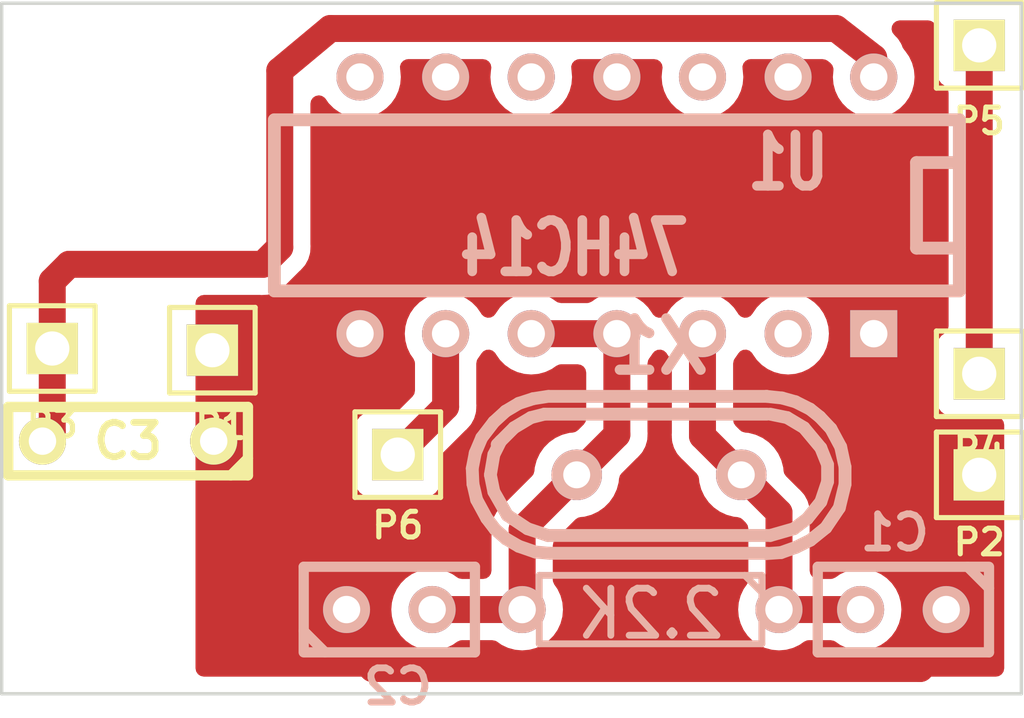
<source format=kicad_pcb>
(kicad_pcb (version 20211014) (generator pcbnew)
  (layers (0 "F.Cu" signal) (31 "B.Cu" signal) (34 "B.Paste" user) (35 "F.Paste" user) (36 "B.SilkS" user) (37 "F.SilkS" user) (38 "B.Mask" user) (39 "F.Mask" user) (44 "Edge.Cuts" user))
  (net 0 "")
  (net 1 "/CLK")
  (net 2 "GND")
  (net 3 "N-0000010")
  (net 4 "N-000005")
  (net 5 "N-000009")
  (net 6 "VCC")
  (footprint "PIN_ARRAY_1" (layer "F.Cu") (at 39.5 59.8)
    (fp_text reference "P1" (at 0.25 2.25) (layer "F.SilkS") (effects (font (size 0.762 0.762) (thickness 0.1524))))
    (fp_text value "CONN_1" hide)
    (fp_line (start -1.27 1.27) (end -1.27 -1.27) (layer "F.SilkS") (width 0.1524))
    (fp_line (start 1.27 -1.27) (end 1.27 1.27) (layer "F.SilkS") (width 0.1524))
    (fp_line (start 1.27 1.27) (end -1.27 1.27) (layer "F.SilkS") (width 0.1524))
    (fp_line (start -1.27 -1.27) (end 1.27 -1.27) (layer "F.SilkS") (width 0.1524))
    (pad "1" thru_hole rect locked (at 0 0) (size 1.524 1.524) (drill 1.016) (layers *.Cu *.Mask "F.SilkS") (net 2 "GND"))
  )
  (footprint "PIN_ARRAY_1" (layer "F.Cu") (at 62.25 63.5)
    (fp_text reference "P2" (at 0 2) (layer "F.SilkS") (effects (font (size 0.762 0.762) (thickness 0.1524))))
    (fp_text value "CONN_1" hide)
    (fp_line (start -1.27 1.27) (end -1.27 -1.27) (layer "F.SilkS") (width 0.1524))
    (fp_line (start 1.27 1.27) (end -1.27 1.27) (layer "F.SilkS") (width 0.1524))
    (fp_line (start -1.27 -1.27) (end 1.27 -1.27) (layer "F.SilkS") (width 0.1524))
    (fp_line (start 1.27 -1.27) (end 1.27 1.27) (layer "F.SilkS") (width 0.1524))
    (pad "1" thru_hole rect locked (at 0 0) (size 1.524 1.524) (drill 1.016) (layers *.Cu *.Mask "F.SilkS") (net 2 "GND"))
  )
  (footprint "PIN_ARRAY_1" (layer "F.Cu") (at 45 62.9)
    (fp_text reference "P6" (at 0 2.1) (layer "F.SilkS") (effects (font (size 0.762 0.762) (thickness 0.1524))))
    (fp_text value "CONN_1" hide)
    (fp_line (start 1.27 1.27) (end -1.27 1.27) (layer "F.SilkS") (width 0.1524))
    (fp_line (start -1.27 -1.27) (end 1.27 -1.27) (layer "F.SilkS") (width 0.1524))
    (fp_line (start -1.27 1.27) (end -1.27 -1.27) (layer "F.SilkS") (width 0.1524))
    (fp_line (start 1.27 -1.27) (end 1.27 1.27) (layer "F.SilkS") (width 0.1524))
    (pad "1" thru_hole rect locked (at 0 0) (size 1.524 1.524) (drill 1.016) (layers *.Cu *.Mask "F.SilkS") (net 1 "/CLK"))
  )
  (footprint "PIN_ARRAY_1" (layer "F.Cu") (at 34.75 59.75)
    (fp_text reference "P3" (at 0 2.25) (layer "F.SilkS") (effects (font (size 0.762 0.762) (thickness 0.1524))))
    (fp_text value "CONN_1" hide)
    (fp_line (start 1.27 -1.27) (end 1.27 1.27) (layer "F.SilkS") (width 0.1524))
    (fp_line (start -1.27 1.27) (end -1.27 -1.27) (layer "F.SilkS") (width 0.1524))
    (fp_line (start -1.27 -1.27) (end 1.27 -1.27) (layer "F.SilkS") (width 0.1524))
    (fp_line (start 1.27 1.27) (end -1.27 1.27) (layer "F.SilkS") (width 0.1524))
    (pad "1" thru_hole rect locked (at 0 0) (size 1.524 1.524) (drill 1.016) (layers *.Cu *.Mask "F.SilkS") (net 6 "VCC"))
  )
  (footprint "PIN_ARRAY_1" (layer "F.Cu") (at 62.25 60.5)
    (fp_text reference "P4" (at 0 2.25) (layer "F.SilkS") (effects (font (size 0.762 0.762) (thickness 0.1524))))
    (fp_text value "CONN_1" hide)
    (fp_line (start -1.27 -1.27) (end 1.27 -1.27) (layer "F.SilkS") (width 0.1524))
    (fp_line (start 1.27 -1.27) (end 1.27 1.27) (layer "F.SilkS") (width 0.1524))
    (fp_line (start -1.27 1.27) (end -1.27 -1.27) (layer "F.SilkS") (width 0.1524))
    (fp_line (start 1.27 1.27) (end -1.27 1.27) (layer "F.SilkS") (width 0.1524))
    (pad "1" thru_hole rect locked (at 0 0) (size 1.524 1.524) (drill 1.016) (layers *.Cu *.Mask "F.SilkS") (net 4 "N-000005"))
  )
  (footprint "PIN_ARRAY_1" (layer "F.Cu") (at 62.25 50.75)
    (fp_text reference "P5" (at 0 2.25) (layer "F.SilkS") (effects (font (size 0.762 0.762) (thickness 0.1524))))
    (fp_text value "CONN_1" hide)
    (fp_line (start 1.27 1.27) (end -1.27 1.27) (layer "F.SilkS") (width 0.1524))
    (fp_line (start -1.27 1.27) (end -1.27 -1.27) (layer "F.SilkS") (width 0.1524))
    (fp_line (start 1.27 -1.27) (end 1.27 1.27) (layer "F.SilkS") (width 0.1524))
    (fp_line (start -1.27 -1.27) (end 1.27 -1.27) (layer "F.SilkS") (width 0.1524))
    (pad "1" thru_hole rect locked (at 0 0) (size 1.524 1.524) (drill 1.016) (layers *.Cu *.Mask "F.SilkS") (net 4 "N-000005"))
  )
  (footprint "C2" (layer "F.Cu") (at 37 62.5 180)
    (fp_text reference "C3" (at 0 0 180) (layer "F.SilkS") (effects (font (size 1.016 1.016) (thickness 0.2032))))
    (fp_text value "100n" hide)
    (fp_line (start -3.556 -1.016) (end 3.556 -1.016) (layer "F.SilkS") (width 0.3048))
    (fp_line (start -3.556 -0.508) (end -3.048 -1.016) (layer "F.SilkS") (width 0.3048))
    (fp_line (start -3.556 1.016) (end -3.556 -1.016) (layer "F.SilkS") (width 0.3048))
    (fp_line (start 3.556 1.016) (end -3.556 1.016) (layer "F.SilkS") (width 0.3048))
    (fp_line (start 3.556 -1.016) (end 3.556 1.016) (layer "F.SilkS") (width 0.3048))
    (pad "1" thru_hole circle locked (at -2.54 0 180) (size 1.397 1.397) (drill 0.8128) (layers *.Cu *.Mask "F.SilkS") (net 2 "GND"))
    (pad "2" thru_hole circle locked (at 2.54 0 180) (size 1.397 1.397) (drill 0.8128) (layers *.Cu *.Mask "F.SilkS") (net 6 "VCC"))
  )
  (footprint "R3" (layer "B.Cu") (at 52.5 67.5 180)
    (fp_text reference "R1" hide)
    (fp_text value "2.2K" (at 0 -0.127 180) (layer "B.SilkS") (effects (font (size 1.397 1.27) (thickness 0.2032)) (justify mirror)))
    (fp_line (start -3.302 1.016) (end -3.302 -1.016) (layer "B.SilkS") (width 0.2032))
    (fp_line (start 3.81 0) (end 3.302 0) (layer "B.SilkS") (width 0.2032))
    (fp_line (start 3.302 0) (end 3.302 1.016) (layer "B.SilkS") (width 0.2032))
    (fp_line (start 3.302 -1.016) (end 3.302 0) (layer "B.SilkS") (width 0.2032))
    (fp_line (start 3.302 1.016) (end -3.302 1.016) (layer "B.SilkS") (width 0.2032))
    (fp_line (start -3.302 -1.016) (end 3.302 -1.016) (layer "B.SilkS") (width 0.2032))
    (fp_line (start -3.81 0) (end -3.302 0) (layer "B.SilkS") (width 0.2032))
    (fp_line (start -3.302 0.508) (end -2.794 1.016) (layer "B.SilkS") (width 0.2032))
    (pad "1" thru_hole circle locked (at -3.81 0 180) (size 1.397 1.397) (drill 0.8128) (layers *.Cu *.Mask "B.SilkS") (net 3 "N-0000010"))
    (pad "2" thru_hole circle locked (at 3.81 0 180) (size 1.397 1.397) (drill 0.8128) (layers *.Cu *.Mask "B.SilkS") (net 5 "N-000009"))
  )
  (footprint "C1" (layer "B.Cu") (at 44.75 67.5)
    (fp_text reference "C2" (at 0.254 2.286) (layer "B.SilkS") (effects (font (size 1.016 1.016) (thickness 0.2032)) (justify mirror)))
    (fp_text value "C" hide)
    (fp_line (start -2.4892 1.27) (end 2.54 1.27) (layer "B.SilkS") (width 0.3048))
    (fp_line (start 2.54 1.27) (end 2.54 -1.27) (layer "B.SilkS") (width 0.3048))
    (fp_line (start -2.54 0.635) (end -1.905 1.27) (layer "B.SilkS") (width 0.3048))
    (fp_line (start 2.54 -1.27) (end -2.54 -1.27) (layer "B.SilkS") (width 0.3048))
    (fp_line (start -2.54 -1.27) (end -2.54 1.27) (layer "B.SilkS") (width 0.3048))
    (pad "1" thru_hole circle locked (at -1.27 0) (size 1.397 1.397) (drill 0.8128) (layers *.Cu *.Mask "B.SilkS") (net 2 "GND"))
    (pad "2" thru_hole circle locked (at 1.27 0) (size 1.397 1.397) (drill 0.8128) (layers *.Cu *.Mask "B.SilkS") (net 5 "N-000009"))
  )
  (footprint "C1" (layer "B.Cu") (at 60 67.5 180)
    (fp_text reference "C1" (at 0.254 2.286 180) (layer "B.SilkS") (effects (font (size 1.016 1.016) (thickness 0.2032)) (justify mirror)))
    (fp_text value "C" hide)
    (fp_line (start -2.54 -1.27) (end -2.54 1.27) (layer "B.SilkS") (width 0.3048))
    (fp_line (start -2.4892 1.27) (end 2.54 1.27) (layer "B.SilkS") (width 0.3048))
    (fp_line (start 2.54 1.27) (end 2.54 -1.27) (layer "B.SilkS") (width 0.3048))
    (fp_line (start -2.54 0.635) (end -1.905 1.27) (layer "B.SilkS") (width 0.3048))
    (fp_line (start 2.54 -1.27) (end -2.54 -1.27) (layer "B.SilkS") (width 0.3048))
    (pad "1" thru_hole circle locked (at -1.27 0 180) (size 1.397 1.397) (drill 0.8128) (layers *.Cu *.Mask "B.SilkS") (net 2 "GND"))
    (pad "2" thru_hole circle locked (at 1.27 0 180) (size 1.397 1.397) (drill 0.8128) (layers *.Cu *.Mask "B.SilkS") (net 3 "N-0000010"))
  )
  (footprint "Crystal_HC49-U_Vertical_RevA_09Aug2010" (layer "B.Cu") (at 52.75 63.5 180)
    (fp_text reference "X1" (at 0 3.81 180) (layer "B.SilkS") (effects (font (size 1.524 1.524) (thickness 0.3048)) (justify mirror)))
    (fp_text value "CRYSTAL" hide)
    (fp_line (start -5.34924 -0.98044) (end -4.95046 -1.56972) (layer "B.SilkS") (width 0.381))
    (fp_line (start 5.53974 0.1905) (end 5.45084 0.65024) (layer "B.SilkS") (width 0.381))
    (fp_line (start -4.77012 1.71958) (end -5.10032 1.36906) (layer "B.SilkS") (width 0.381))
    (fp_line (start -5.00126 -0.20066) (end -5.00126 0.29972) (layer "B.SilkS") (width 0.381))
    (fp_line (start 4.89966 -0.50038) (end 4.50088 -1.19888) (layer "B.SilkS") (width 0.381))
    (fp_line (start 3.29946 -1.80086) (end -3.29946 -1.80086) (layer "B.SilkS") (width 0.381))
    (fp_line (start 4.89966 1.56972) (end 4.54914 1.88976) (layer "B.SilkS") (width 0.381))
    (fp_line (start -5.51942 -0.2794) (end -5.34924 -0.98044) (layer "B.SilkS") (width 0.381))
    (fp_line (start 4.16052 2.1209) (end 3.73126 2.2606) (layer "B.SilkS") (width 0.381))
    (fp_line (start -3.19024 2.32918) (end -3.64998 2.28092) (layer "B.SilkS") (width 0.381))
    (fp_line (start 5.11048 -1.29032) (end 5.4102 -0.73914) (layer "B.SilkS") (width 0.381))
    (fp_line (start -3.2004 1.80086) (end 3.40106 1.80086) (layer "B.SilkS") (width 0.381))
    (fp_line (start 4.54914 1.88976) (end 4.16052 2.1209) (layer "B.SilkS") (width 0.381))
    (fp_line (start -3.29946 -1.80086) (end -4.0005 -1.6002) (layer "B.SilkS") (width 0.381))
    (fp_line (start 3.73126 2.2606) (end 3.2893 2.32918) (layer "B.SilkS") (width 0.381))
    (fp_line (start 4.50088 -1.19888) (end 3.8989 -1.6002) (layer "B.SilkS") (width 0.381))
    (fp_line (start -3.2004 2.32918) (end 3.2512 2.32918) (layer "B.SilkS") (width 0.381))
    (fp_line (start -5.10032 1.36906) (end -5.38988 0.83058) (layer "B.SilkS") (width 0.381))
    (fp_line (start -4.04876 2.16916) (end -4.48056 1.95072) (layer "B.SilkS") (width 0.381))
    (fp_line (start 4.85902 -1.62052) (end 5.11048 -1.29032) (layer "B.SilkS") (width 0.381))
    (fp_line (start 4.16052 -2.1209) (end 4.53898 -1.89992) (layer "B.SilkS") (width 0.381))
    (fp_line (start -3.79984 1.69926) (end -3.29946 1.80086) (layer "B.SilkS") (width 0.381))
    (fp_line (start 3.2512 -2.32918) (end 3.6703 -2.29108) (layer "B.SilkS") (width 0.381))
    (fp_line (start 4.30022 1.39954) (end 4.8006 0.89916) (layer "B.SilkS") (width 0.381))
    (fp_line (start 5.26034 1.09982) (end 4.89966 1.56972) (layer "B.SilkS") (width 0.381))
    (fp_line (start -3.2004 -2.32918) (end 3.2512 -2.32918) (layer "B.SilkS") (width 0.381))
    (fp_line (start 5.00126 0) (end 4.89966 -0.50038) (layer "B.SilkS") (width 0.381))
    (fp_line (start -3.64998 2.28092) (end -4.04876 2.16916) (layer "B.SilkS") (width 0.381))
    (fp_line (start 4.699 1.00076) (end 4.89966 0.59944) (layer "B.SilkS") (width 0.381))
    (fp_line (start -4.48056 1.95072) (end -4.77012 1.71958) (layer "B.SilkS") (width 0.381))
    (fp_line (start -5.00126 0.29972) (end -4.8006 0.8001) (layer "B.SilkS") (width 0.381))
    (fp_line (start 3.79984 1.69926) (end 4.30022 1.39954) (layer "B.SilkS") (width 0.381))
    (fp_line (start 3.6703 -2.29108) (end 4.16052 -2.1209) (layer "B.SilkS") (width 0.381))
    (fp_line (start 5.4102 -0.73914) (end 5.51942 -0.26924) (layer "B.SilkS") (width 0.381))
    (fp_line (start 4.89966 0.59944) (end 5.00126 0) (layer "B.SilkS") (width 0.381))
    (fp_line (start -4.8006 -0.8001) (end -5.00126 -0.20066) (layer "B.SilkS") (width 0.381))
    (fp_line (start -4.39928 -1.30048) (end -4.8006 -0.8001) (layer "B.SilkS") (width 0.381))
    (fp_line (start -4.49072 -1.94056) (end -4.06908 -2.14884) (layer "B.SilkS") (width 0.381))
    (fp_line (start -3.6195 -2.30886) (end -3.18008 -2.33934) (layer "B.SilkS") (width 0.381))
    (fp_line (start 3.40106 1.80086) (end 3.79984 1.69926) (layer "B.SilkS") (width 0.381))
    (fp_line (start 4.53898 -1.89992) (end 4.85902 -1.62052) (layer "B.SilkS") (width 0.381))
    (fp_line (start 5.51942 -0.26924) (end 5.53974 0.1905) (layer "B.SilkS") (width 0.381))
    (fp_line (start -4.0005 -1.6002) (end -4.39928 -1.30048) (layer "B.SilkS") (width 0.381))
    (fp_line (start -4.30022 1.39954) (end -3.79984 1.69926) (layer "B.SilkS") (width 0.381))
    (fp_line (start -4.06908 -2.14884) (end -3.6195 -2.30886) (layer "B.SilkS") (width 0.381))
    (fp_line (start 3.8989 -1.6002) (end 3.29946 -1.80086) (layer "B.SilkS") (width 0.381))
    (fp_line (start 5.45084 0.65024) (end 5.26034 1.09982) (layer "B.SilkS") (width 0.381))
    (fp_line (start -5.38988 0.83058) (end -5.51942 0.23114) (layer "B.SilkS") (width 0.381))
    (fp_line (start -4.8006 0.8001) (end -4.30022 1.39954) (layer "B.SilkS") (width 0.381))
    (fp_line (start -4.95046 -1.56972) (end -4.49072 -1.94056) (layer "B.SilkS") (width 0.381))
    (fp_line (start -5.51942 0.23114) (end -5.51942 -0.2794) (layer "B.SilkS") (width 0.381))
    (pad "1" thru_hole circle locked (at -2.44094 0 180) (size 1.50114 1.50114) (drill 0.8001) (layers *.Cu *.Mask "B.SilkS") (net 3 "N-0000010"))
    (pad "2" thru_hole circle locked (at 2.44094 0 180) (size 1.50114 1.50114) (drill 0.8001) (layers *.Cu *.Mask "B.SilkS") (net 5 "N-000009"))
  )
  (footprint "DIP-14__300" (layer "B.Cu") (at 51.5 55.5 180)
    (fp_text reference "U1" (at -5.08 1.27 180) (layer "B.SilkS") (effects (font (size 1.524 1.143) (thickness 0.3048)) (justify mirror)))
    (fp_text value "74HC14" (at 1.27 -1.27 180) (layer "B.SilkS") (effects (font (size 1.524 1.143) (thickness 0.3048)) (justify mirror)))
    (fp_line (start 10.16 2.54) (end 10.16 -2.54) (layer "B.SilkS") (width 0.381))
    (fp_line (start -10.16 1.27) (end -8.89 1.27) (layer "B.SilkS") (width 0.381))
    (fp_line (start -10.16 2.54) (end 10.16 2.54) (layer "B.SilkS") (width 0.381))
    (fp_line (start -8.89 1.27) (end -8.89 -1.27) (layer "B.SilkS") (width 0.381))
    (fp_line (start -8.89 -1.27) (end -10.16 -1.27) (layer "B.SilkS") (width 0.381))
    (fp_line (start -10.16 -2.54) (end -10.16 2.54) (layer "B.SilkS") (width 0.381))
    (fp_line (start 10.16 -2.54) (end -10.16 -2.54) (layer "B.SilkS") (width 0.381))
    (pad "1" thru_hole rect locked (at -7.62 -3.81 180) (size 1.397 1.397) (drill 0.8128) (layers *.Cu *.Mask "B.SilkS") (net 2 "GND"))
    (pad "2" thru_hole circle locked (at -5.08 -3.81 180) (size 1.397 1.397) (drill 0.8128) (layers *.Cu *.Mask "B.SilkS"))
    (pad "3" thru_hole circle locked (at -2.54 -3.81 180) (size 1.397 1.397) (drill 0.8128) (layers *.Cu *.Mask "B.SilkS") (net 3 "N-0000010"))
    (pad "4" thru_hole circle locked (at 0 -3.81 180) (size 1.397 1.397) (drill 0.8128) (layers *.Cu *.Mask "B.SilkS") (net 5 "N-000009"))
    (pad "5" thru_hole circle locked (at 2.54 -3.81 180) (size 1.397 1.397) (drill 0.8128) (layers *.Cu *.Mask "B.SilkS") (net 5 "N-000009"))
    (pad "6" thru_hole circle locked (at 5.08 -3.81 180) (size 1.397 1.397) (drill 0.8128) (layers *.Cu *.Mask "B.SilkS") (net 1 "/CLK"))
    (pad "7" thru_hole circle locked (at 7.62 -3.81 180) (size 1.397 1.397) (drill 0.8128) (layers *.Cu *.Mask "B.SilkS") (net 2 "GND"))
    (pad "8" thru_hole circle locked (at 7.62 3.81 180) (size 1.397 1.397) (drill 0.8128) (layers *.Cu *.Mask "B.SilkS"))
    (pad "9" thru_hole circle locked (at 5.08 3.81 180) (size 1.397 1.397) (drill 0.8128) (layers *.Cu *.Mask "B.SilkS") (net 2 "GND"))
    (pad "10" thru_hole circle locked (at 2.54 3.81 180) (size 1.397 1.397) (drill 0.8128) (layers *.Cu *.Mask "B.SilkS"))
    (pad "11" thru_hole circle locked (at 0 3.81 180) (size 1.397 1.397) (drill 0.8128) (layers *.Cu *.Mask "B.SilkS") (net 2 "GND"))
    (pad "12" thru_hole circle locked (at -2.54 3.81 180) (size 1.397 1.397) (drill 0.8128) (layers *.Cu *.Mask "B.SilkS"))
    (pad "13" thru_hole circle locked (at -5.08 3.81 180) (size 1.397 1.397) (drill 0.8128) (layers *.Cu *.Mask "B.SilkS") (net 2 "GND"))
    (pad "14" thru_hole circle locked (at -7.62 3.81 180) (size 1.397 1.397) (drill 0.8128) (layers *.Cu *.Mask "B.SilkS") (net 6 "VCC"))
  )
  (gr_line (start 63.5 70) (end 33.25 70) (layer "Edge.Cuts") (width 0.1))
  (gr_line (start 33.25 70) (end 33.25 49.5) (layer "Edge.Cuts") (width 0.1))
  (gr_line (start 33.25 49.5) (end 63.5 49.5) (layer "Edge.Cuts") (width 0.1))
  (gr_line (start 63.5 70) (end 63.5 49.5) (layer "Edge.Cuts") (width 0.1))
  (segment (start 46.42 61.48) (end 45 62.9) (width 0.8) (layer "F.Cu") (net 1))
  (segment (start 46.42 59.31) (end 46.42 61.48) (width 0.8) (layer "F.Cu") (net 1))
  (segment (start 62.25 66.52) (end 61.27 67.5) (width 0.8) (layer "F.Cu") (net 2))
  (segment (start 61.27 68.48) (end 60.5 69.25) (width 0.8) (layer "F.Cu") (net 2))
  (segment (start 60.5 69.25) (end 44.25 69.25) (width 0.8) (layer "F.Cu") (net 2))
  (segment (start 44.25 69.25) (end 43.48 68.48) (width 0.8) (layer "F.Cu") (net 2))
  (segment (start 43.48 68.48) (end 43.48 67.5) (width 0.8) (layer "F.Cu") (net 2))
  (segment (start 43.39 59.8) (end 43.88 59.31) (width 0.8) (layer "F.Cu") (net 2))
  (segment (start 39.5 63.52) (end 43.48 67.5) (width 0.8) (layer "F.Cu") (net 2))
  (segment (start 43.88 56.37) (end 46.42 53.83) (width 0.8) (layer "F.Cu") (net 2))
  (segment (start 46.42 53.83) (end 46.42 53.75) (width 0.8) (layer "F.Cu") (net 2))
  (segment (start 46.42 53.75) (end 46.42 51.69) (width 0.8) (layer "F.Cu") (net 2))
  (segment (start 51.5 53.75) (end 51.5 51.69) (width 0.8) (layer "F.Cu") (net 2))
  (segment (start 56.5 53.75) (end 56.58 53.67) (width 0.8) (layer "F.Cu") (net 2))
  (segment (start 56.58 53.67) (end 56.58 51.69) (width 0.8) (layer "F.Cu") (net 2))
  (segment (start 57.5 53.75) (end 59.12 55.37) (width 0.8) (layer "F.Cu") (net 2))
  (segment (start 59.12 55.37) (end 59.12 59.31) (width 0.8) (layer "F.Cu") (net 2))
  (segment (start 59.12 61.37) (end 61.25 63.5) (width 0.8) (layer "F.Cu") (net 2))
  (segment (start 61.25 63.5) (end 62.25 63.5) (width 0.8) (layer "F.Cu") (net 2))
  (segment (start 39.54 59.84) (end 39.5 59.8) (width 0.5) (layer "F.Cu") (net 2))
  (segment (start 46.42 53.75) (end 51.5 53.75) (width 0.8) (layer "F.Cu") (net 2))
  (segment (start 39.5 59.8) (end 39.5 63.52) (width 0.8) (layer "F.Cu") (net 2))
  (segment (start 39.5 59.8) (end 43.39 59.8) (width 0.8) (layer "F.Cu") (net 2))
  (segment (start 62.25 63.5) (end 62.25 66.52) (width 0.8) (layer "F.Cu") (net 2))
  (segment (start 43.88 59.31) (end 43.88 56.37) (width 0.8) (layer "F.Cu") (net 2))
  (segment (start 56.5 53.75) (end 57.5 53.75) (width 0.8) (layer "F.Cu") (net 2))
  (segment (start 59.12 59.31) (end 59.12 61.37) (width 0.8) (layer "F.Cu") (net 2))
  (segment (start 51.5 53.75) (end 56.5 53.75) (width 0.8) (layer "F.Cu") (net 2))
  (segment (start 39.54 62.5) (end 39.54 59.84) (width 0.5) (layer "F.Cu") (net 2))
  (segment (start 61.27 67.5) (end 61.27 68.48) (width 0.8) (layer "F.Cu") (net 2))
  (segment (start 54.04 62.34906) (end 55.19094 63.5) (width 0.8) (layer "F.Cu") (net 3))
  (segment (start 56.31 64.61906) (end 56.31 67.5) (width 0.8) (layer "F.Cu") (net 3))
  (segment (start 56.31 67.5) (end 58.73 67.5) (width 0.8) (layer "F.Cu") (net 3))
  (segment (start 54.04 59.31) (end 54.04 62.34906) (width 0.8) (layer "F.Cu") (net 3))
  (segment (start 55.19094 63.5) (end 56.31 64.61906) (width 0.8) (layer "F.Cu") (net 3))
  (segment (start 62.25 50.75) (end 62.25 60.5) (width 0.8) (layer "F.Cu") (net 4))
  (segment (start 51.5 62.30906) (end 50.30906 63.5) (width 0.8) (layer "F.Cu") (net 5))
  (segment (start 48.69 65.11906) (end 48.69 67.5) (width 0.8) (layer "F.Cu") (net 5))
  (segment (start 51.5 59.31) (end 48.96 59.31) (width 0.8) (layer "F.Cu") (net 5))
  (segment (start 51.5 59.31) (end 51.5 62.30906) (width 0.8) (layer "F.Cu") (net 5))
  (segment (start 48.69 67.5) (end 46.02 67.5) (width 0.8) (layer "F.Cu") (net 5))
  (segment (start 50.30906 63.5) (end 48.69 65.11906) (width 0.8) (layer "F.Cu") (net 5))
  (segment (start 59.12 51.12) (end 58 50.25) (width 0.8) (layer "F.Cu") (net 6))
  (segment (start 58 50.25) (end 43 50.25) (width 0.8) (layer "F.Cu") (net 6))
  (segment (start 43 50.25) (end 41.5 51.5) (width 0.8) (layer "F.Cu") (net 6))
  (segment (start 41.5 51.5) (end 41.5 56.75) (width 0.8) (layer "F.Cu") (net 6))
  (segment (start 41.5 56.75) (end 41 57.25) (width 0.8) (layer "F.Cu") (net 6))
  (segment (start 41 57.25) (end 35.25 57.25) (width 0.8) (layer "F.Cu") (net 6))
  (segment (start 35.25 57.25) (end 34.75 57.75) (width 0.8) (layer "F.Cu") (net 6))
  (segment (start 34.75 57.75) (end 34.75 59.75) (width 0.8) (layer "F.Cu") (net 6))
  (segment (start 34.75 62.21) (end 34.46 62.5) (width 0.8) (layer "F.Cu") (net 6))
  (segment (start 34.75 59.75) (end 34.75 62.21) (width 0.8) (layer "F.Cu") (net 6))
  (segment (start 59.12 51.69) (end 59.12 51.12) (width 0.8) (layer "F.Cu") (net 6))
  (zone (net 2) (net_name "GND") (layer "F.Cu") (connect_pads yes (clearance 0.508)) (min_thickness 0.5) (fill yes (thermal_gap 0.508) (thermal_bridge_width 0.508))
    (polygon (pts (xy 63.5 70) (xy 33.25 70) (xy 33.25 49.5) (xy 63.5 49.5)))
  )
  (zone (net 0) (net_name "") (layer "F.Cu") (connect_pads (clearance 0)) (min_thickness 0.5)
    (keepout (tracks allowed) (vias allowed) (pads allowed) (copperpour not_allowed) (footprints allowed))
    (fill (thermal_gap 0.508) (thermal_bridge_width 0.508))
    (polygon (pts (xy 39 70) (xy 34.75 70) (xy 34.75 57.5) (xy 39 57.5)))
  )
  (zone (net 0) (net_name "") (layer "F.Cu") (connect_pads (clearance 0)) (min_thickness 0.5)
    (keepout (tracks allowed) (vias not_allowed) (pads allowed) (copperpour not_allowed) (footprints allowed))
    (fill (thermal_gap 0.508) (thermal_bridge_width 0.508))
    (polygon (pts (xy 41 56.25) (xy 38 56.25) (xy 38 49.5) (xy 41 49.75)))
  )
)
</source>
